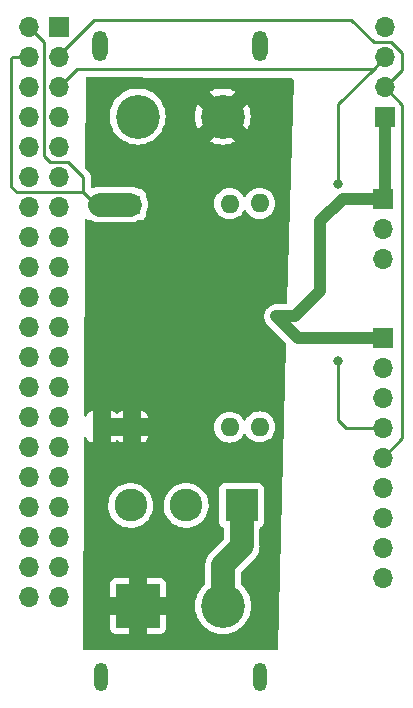
<source format=gbr>
%TF.GenerationSoftware,KiCad,Pcbnew,(6.0.5-0)*%
%TF.CreationDate,2024-03-04T10:57:06-05:00*%
%TF.ProjectId,CubeSat PCB V0.2,43756265-5361-4742-9050-43422056302e,rev?*%
%TF.SameCoordinates,Original*%
%TF.FileFunction,Copper,L1,Top*%
%TF.FilePolarity,Positive*%
%FSLAX46Y46*%
G04 Gerber Fmt 4.6, Leading zero omitted, Abs format (unit mm)*
G04 Created by KiCad (PCBNEW (6.0.5-0)) date 2024-03-04 10:57:06*
%MOMM*%
%LPD*%
G01*
G04 APERTURE LIST*
%TA.AperFunction,ComponentPad*%
%ADD10O,1.600000X1.600000*%
%TD*%
%TA.AperFunction,ComponentPad*%
%ADD11R,1.600000X1.600000*%
%TD*%
%TA.AperFunction,ComponentPad*%
%ADD12R,3.716000X3.716000*%
%TD*%
%TA.AperFunction,ComponentPad*%
%ADD13C,3.716000*%
%TD*%
%TA.AperFunction,ComponentPad*%
%ADD14O,1.200000X2.400000*%
%TD*%
%TA.AperFunction,ComponentPad*%
%ADD15O,1.300000X2.600000*%
%TD*%
%TA.AperFunction,ComponentPad*%
%ADD16R,2.775000X2.775000*%
%TD*%
%TA.AperFunction,ComponentPad*%
%ADD17C,2.775000*%
%TD*%
%TA.AperFunction,ComponentPad*%
%ADD18R,1.700000X1.700000*%
%TD*%
%TA.AperFunction,ComponentPad*%
%ADD19O,1.700000X1.700000*%
%TD*%
%TA.AperFunction,ViaPad*%
%ADD20C,0.800000*%
%TD*%
%TA.AperFunction,Conductor*%
%ADD21C,0.250000*%
%TD*%
%TA.AperFunction,Conductor*%
%ADD22C,1.000000*%
%TD*%
%TA.AperFunction,Conductor*%
%ADD23C,2.000000*%
%TD*%
G04 APERTURE END LIST*
D10*
%TO.P,U1,4,GND*%
%TO.N,GND*%
X104557000Y-85298400D03*
X107097000Y-85273000D03*
D11*
%TO.P,U1,3,Vout*%
%TO.N,+5V*%
X96175000Y-85400000D03*
X93635000Y-85400000D03*
D10*
%TO.P,U1,2,GND*%
%TO.N,GND*%
X107097000Y-104196000D03*
X104557000Y-104221400D03*
D11*
%TO.P,U1,1,Vin*%
%TO.N,+BATT*%
X96302000Y-104196000D03*
X93762000Y-104196000D03*
%TD*%
D12*
%TO.P,J4,1,+*%
%TO.N,+BATT*%
X96800000Y-119375000D03*
D13*
%TO.P,J4,2,-*%
%TO.N,Net-(J4-Pad2)*%
X104000000Y-119375000D03*
D14*
%TO.P,J4,S1*%
%TO.N,N/C*%
X93650000Y-125375000D03*
%TO.P,J4,S2*%
X107150000Y-125375000D03*
%TD*%
D13*
%TO.P,J6,1,-*%
%TO.N,GND*%
X96762500Y-77925000D03*
%TO.P,J6,2,+*%
%TO.N,+BATT*%
X103962500Y-77925000D03*
D15*
%TO.P,J6,S1,SHIELD*%
%TO.N,N/C*%
X93612500Y-71925000D03*
%TO.P,J6,S2,SHIELD*%
X107112500Y-71925000D03*
%TD*%
D16*
%TO.P,SW1,1,A*%
%TO.N,Net-(J4-Pad2)*%
X105575000Y-110850000D03*
D17*
%TO.P,SW1,2,B*%
%TO.N,GND*%
X100875000Y-110850000D03*
%TO.P,SW1,3,C*%
%TO.N,unconnected-(SW1-Pad3)*%
X96175000Y-110850000D03*
%TD*%
D18*
%TO.P,J5,1,Pin_1*%
%TO.N,+5V*%
X117550000Y-84875000D03*
D19*
%TO.P,J5,2,Pin_2*%
%TO.N,/led*%
X117550000Y-87415000D03*
%TO.P,J5,3,Pin_3*%
%TO.N,GND*%
X117550000Y-89955000D03*
%TD*%
%TO.P,J1,40,GPIO21/SCLK1*%
%TO.N,unconnected-(J1-Pad40)*%
X87535000Y-118610000D03*
%TO.P,J1,39,GND*%
%TO.N,GND*%
X90075000Y-118610000D03*
%TO.P,J1,38,GPIO20/MOSI1*%
%TO.N,unconnected-(J1-Pad38)*%
X87535000Y-116070000D03*
%TO.P,J1,37,GPIO26*%
%TO.N,unconnected-(J1-Pad37)*%
X90075000Y-116070000D03*
%TO.P,J1,36,GPIO16*%
%TO.N,unconnected-(J1-Pad36)*%
X87535000Y-113530000D03*
%TO.P,J1,35,GPIO19/MISO1*%
%TO.N,unconnected-(J1-Pad35)*%
X90075000Y-113530000D03*
%TO.P,J1,34,GND*%
%TO.N,GND*%
X87535000Y-110990000D03*
%TO.P,J1,33,PWM1/GPIO13*%
%TO.N,unconnected-(J1-Pad33)*%
X90075000Y-110990000D03*
%TO.P,J1,32,PWM0/GPIO12*%
%TO.N,unconnected-(J1-Pad32)*%
X87535000Y-108450000D03*
%TO.P,J1,31,GCLK2/GPIO6*%
%TO.N,unconnected-(J1-Pad31)*%
X90075000Y-108450000D03*
%TO.P,J1,30,GND*%
%TO.N,GND*%
X87535000Y-105910000D03*
%TO.P,J1,29,GCLK1/GPIO5*%
%TO.N,unconnected-(J1-Pad29)*%
X90075000Y-105910000D03*
%TO.P,J1,28,ID_SC/GPIO1*%
%TO.N,unconnected-(J1-Pad28)*%
X87535000Y-103370000D03*
%TO.P,J1,27,ID_SD/GPIO0*%
%TO.N,unconnected-(J1-Pad27)*%
X90075000Y-103370000D03*
%TO.P,J1,26,~{CE1}/GPIO7*%
%TO.N,unconnected-(J1-Pad26)*%
X87535000Y-100830000D03*
%TO.P,J1,25,GND*%
%TO.N,GND*%
X90075000Y-100830000D03*
%TO.P,J1,24,~{CE0}/GPIO8*%
%TO.N,unconnected-(J1-Pad24)*%
X87535000Y-98290000D03*
%TO.P,J1,23,SCLK0/GPIO11*%
%TO.N,unconnected-(J1-Pad23)*%
X90075000Y-98290000D03*
%TO.P,J1,22,GPIO25*%
%TO.N,unconnected-(J1-Pad22)*%
X87535000Y-95750000D03*
%TO.P,J1,21,MISO0/GPIO9*%
%TO.N,unconnected-(J1-Pad21)*%
X90075000Y-95750000D03*
%TO.P,J1,20,GND*%
%TO.N,GND*%
X87535000Y-93210000D03*
%TO.P,J1,19,MOSI0/GPIO10*%
%TO.N,unconnected-(J1-Pad19)*%
X90075000Y-93210000D03*
%TO.P,J1,18,GPIO24*%
%TO.N,unconnected-(J1-Pad18)*%
X87535000Y-90670000D03*
%TO.P,J1,17,3V3*%
%TO.N,unconnected-(J1-Pad17)*%
X90075000Y-90670000D03*
%TO.P,J1,16,GPIO23*%
%TO.N,unconnected-(J1-Pad16)*%
X87535000Y-88130000D03*
%TO.P,J1,15,GPIO22*%
%TO.N,unconnected-(J1-Pad15)*%
X90075000Y-88130000D03*
%TO.P,J1,14,GND*%
%TO.N,GND*%
X87535000Y-85590000D03*
%TO.P,J1,13,GPIO27*%
%TO.N,unconnected-(J1-Pad13)*%
X90075000Y-85590000D03*
%TO.P,J1,12,GPIO18/PWM0*%
%TO.N,/led*%
X87535000Y-83050000D03*
%TO.P,J1,11,GPIO17*%
%TO.N,unconnected-(J1-Pad11)*%
X90075000Y-83050000D03*
%TO.P,J1,10,GPIO15/RXD*%
%TO.N,unconnected-(J1-Pad10)*%
X87535000Y-80510000D03*
%TO.P,J1,9,GND*%
%TO.N,GND*%
X90075000Y-80510000D03*
%TO.P,J1,8,GPIO14/TXD*%
%TO.N,unconnected-(J1-Pad8)*%
X87535000Y-77970000D03*
%TO.P,J1,7,GCLK0/GPIO4*%
%TO.N,unconnected-(J1-Pad7)*%
X90075000Y-77970000D03*
%TO.P,J1,6,GND*%
%TO.N,GND*%
X87535000Y-75430000D03*
%TO.P,J1,5,SCL/GPIO3*%
%TO.N,/SCL*%
X90075000Y-75430000D03*
%TO.P,J1,4,5V*%
%TO.N,+5V*%
X87535000Y-72890000D03*
%TO.P,J1,3,SDA/GPIO2*%
%TO.N,/SDA*%
X90075000Y-72890000D03*
%TO.P,J1,2,5V*%
%TO.N,+5V*%
X87535000Y-70350000D03*
D18*
%TO.P,J1,1,3V3*%
%TO.N,unconnected-(J1-Pad1)*%
X90075000Y-70350000D03*
%TD*%
%TO.P,J2,1,Pin_1*%
%TO.N,+5V*%
X117725000Y-78000000D03*
D19*
%TO.P,J2,2,Pin_2*%
%TO.N,/SDA*%
X117725000Y-75460000D03*
%TO.P,J2,3,Pin_3*%
%TO.N,/SCL*%
X117725000Y-72920000D03*
%TO.P,J2,4,Pin_4*%
%TO.N,GND*%
X117725000Y-70380000D03*
%TD*%
D18*
%TO.P,J3,1,Pin_1*%
%TO.N,+5V*%
X117525000Y-96650000D03*
D19*
%TO.P,J3,2,Pin_2*%
%TO.N,unconnected-(J3-Pad2)*%
X117525000Y-99190000D03*
%TO.P,J3,3,Pin_3*%
%TO.N,GND*%
X117525000Y-101730000D03*
%TO.P,J3,4,Pin_4*%
%TO.N,/SCL*%
X117525000Y-104270000D03*
%TO.P,J3,5,Pin_5*%
%TO.N,/SDA*%
X117525000Y-106810000D03*
%TO.P,J3,6,Pin_6*%
%TO.N,unconnected-(J3-Pad6)*%
X117525000Y-109350000D03*
%TO.P,J3,7,Pin_7*%
%TO.N,unconnected-(J3-Pad7)*%
X117525000Y-111890000D03*
%TO.P,J3,8,Pin_8*%
%TO.N,unconnected-(J3-Pad8)*%
X117525000Y-114430000D03*
%TO.P,J3,9,Pin_9*%
%TO.N,unconnected-(J3-Pad9)*%
X117525000Y-116970000D03*
%TD*%
D20*
%TO.N,/SCL*%
X113775000Y-98600000D03*
X113775000Y-83600000D03*
%TO.N,+5V*%
X108500000Y-94825000D03*
%TD*%
D21*
%TO.N,+5V*%
X92167500Y-84325000D02*
X93242500Y-85400000D01*
X93242500Y-85400000D02*
X93635000Y-85400000D01*
D22*
X110100000Y-94825000D02*
X112250000Y-92675000D01*
X112250000Y-92675000D02*
X112250000Y-86750000D01*
X112250000Y-86750000D02*
X114125000Y-84875000D01*
X108500000Y-94825000D02*
X110100000Y-94825000D01*
X114125000Y-84875000D02*
X117550000Y-84875000D01*
X108500000Y-94825000D02*
X110325000Y-96650000D01*
X110325000Y-96650000D02*
X117525000Y-96650000D01*
D23*
X96120000Y-85375000D02*
X93580000Y-85375000D01*
D21*
%TO.N,/SCL*%
X113775000Y-98600000D02*
X113775000Y-103650000D01*
X113775000Y-103650000D02*
X114395000Y-104270000D01*
X114395000Y-104270000D02*
X117525000Y-104270000D01*
X113775000Y-83600000D02*
X113775000Y-76870000D01*
X113775000Y-76870000D02*
X116770000Y-73875000D01*
%TO.N,/SDA*%
X90075000Y-72890000D02*
X90075000Y-72750000D01*
X90075000Y-72750000D02*
X93050000Y-69775000D01*
X118250000Y-71650000D02*
X119175000Y-72575000D01*
X119175000Y-72575000D02*
X119175000Y-74010000D01*
X93050000Y-69775000D02*
X114875000Y-69775000D01*
X114875000Y-69775000D02*
X116750000Y-71650000D01*
X116750000Y-71650000D02*
X118250000Y-71650000D01*
X119175000Y-74010000D02*
X117725000Y-75460000D01*
X117725000Y-75460000D02*
X119175000Y-76910000D01*
X119175000Y-76910000D02*
X119175000Y-105160000D01*
X119175000Y-105160000D02*
X117525000Y-106810000D01*
%TO.N,/SCL*%
X90075000Y-75430000D02*
X91630000Y-73875000D01*
X91630000Y-73875000D02*
X116770000Y-73875000D01*
X116770000Y-73875000D02*
X117725000Y-72920000D01*
%TO.N,+5V*%
X92167500Y-84325000D02*
X92167500Y-83017500D01*
X88800000Y-81225000D02*
X88800000Y-71615000D01*
X92167500Y-83017500D02*
X90900000Y-81750000D01*
X89325000Y-81750000D02*
X88800000Y-81225000D01*
X90900000Y-81750000D02*
X89325000Y-81750000D01*
X88800000Y-71615000D02*
X87535000Y-70350000D01*
D22*
X117725000Y-78000000D02*
X117725000Y-84700000D01*
X117725000Y-84700000D02*
X117550000Y-84875000D01*
D21*
X86525000Y-84325000D02*
X92167500Y-84325000D01*
X86185000Y-72890000D02*
X86075000Y-73000000D01*
X87535000Y-72890000D02*
X86185000Y-72890000D01*
X86075000Y-73000000D02*
X86075000Y-83875000D01*
X86075000Y-83875000D02*
X86525000Y-84325000D01*
D23*
%TO.N,Net-(J4-Pad2)*%
X104000000Y-119375000D02*
X104000000Y-115900000D01*
X105575000Y-114325000D02*
X105575000Y-110850000D01*
X104000000Y-115900000D02*
X105575000Y-114325000D01*
%TD*%
%TA.AperFunction,Conductor*%
%TO.N,+BATT*%
G36*
X102070296Y-74631709D02*
G01*
X109846586Y-74698891D01*
X109914531Y-74719481D01*
X109960559Y-74773536D01*
X109971449Y-74828368D01*
X109827223Y-80041653D01*
X109449530Y-93693984D01*
X109427652Y-93761526D01*
X109372731Y-93806517D01*
X109323578Y-93816500D01*
X108557904Y-93816500D01*
X108545171Y-93815855D01*
X108509666Y-93812248D01*
X108509661Y-93812248D01*
X108503538Y-93811626D01*
X108453385Y-93816367D01*
X108451526Y-93816500D01*
X108450231Y-93816500D01*
X108447167Y-93816800D01*
X108447156Y-93816801D01*
X108403469Y-93821085D01*
X108403153Y-93821116D01*
X108306638Y-93830239D01*
X108304935Y-93830747D01*
X108303167Y-93830920D01*
X108210698Y-93858838D01*
X108210277Y-93858965D01*
X108122731Y-93885063D01*
X108122726Y-93885065D01*
X108117104Y-93886741D01*
X108115529Y-93887571D01*
X108113831Y-93888084D01*
X108028164Y-93933634D01*
X108027897Y-93933775D01*
X107942154Y-93978982D01*
X107940775Y-93980099D01*
X107939204Y-93980934D01*
X107863880Y-94042367D01*
X107863630Y-94042569D01*
X107793021Y-94099747D01*
X107793016Y-94099752D01*
X107788453Y-94103447D01*
X107787317Y-94104810D01*
X107785938Y-94105935D01*
X107723905Y-94180920D01*
X107661854Y-94255396D01*
X107661005Y-94256953D01*
X107659870Y-94258325D01*
X107657065Y-94263512D01*
X107657062Y-94263517D01*
X107613631Y-94343839D01*
X107613470Y-94344137D01*
X107567178Y-94429041D01*
X107566646Y-94430737D01*
X107565802Y-94432299D01*
X107564071Y-94437891D01*
X107537157Y-94524837D01*
X107537026Y-94525257D01*
X107508035Y-94617768D01*
X107507843Y-94619536D01*
X107507318Y-94621232D01*
X107497168Y-94717803D01*
X107486676Y-94814388D01*
X107486831Y-94816157D01*
X107486645Y-94817925D01*
X107495445Y-94914625D01*
X107503913Y-95011413D01*
X107504409Y-95013121D01*
X107504570Y-95014888D01*
X107532000Y-95108087D01*
X107559091Y-95201336D01*
X107559907Y-95202911D01*
X107560410Y-95204619D01*
X107605467Y-95290805D01*
X107650108Y-95376926D01*
X107651216Y-95378314D01*
X107652040Y-95379890D01*
X107712875Y-95455553D01*
X107746738Y-95497973D01*
X107747661Y-95498896D01*
X107748862Y-95500312D01*
X107775968Y-95534025D01*
X107780696Y-95537992D01*
X107814154Y-95566067D01*
X107822258Y-95573493D01*
X109316770Y-97068004D01*
X109350795Y-97130316D01*
X109353627Y-97160583D01*
X108638718Y-123002178D01*
X108616840Y-123069720D01*
X108561919Y-123114711D01*
X108512766Y-123124694D01*
X100518971Y-123124703D01*
X92259983Y-123124712D01*
X92191862Y-123104710D01*
X92145369Y-123051054D01*
X92133985Y-122998085D01*
X92142552Y-121277669D01*
X94434001Y-121277669D01*
X94434371Y-121284490D01*
X94439895Y-121335352D01*
X94443521Y-121350604D01*
X94488676Y-121471054D01*
X94497214Y-121486649D01*
X94573715Y-121588724D01*
X94586276Y-121601285D01*
X94688351Y-121677786D01*
X94703946Y-121686324D01*
X94824394Y-121731478D01*
X94839649Y-121735105D01*
X94890514Y-121740631D01*
X94897328Y-121741000D01*
X96031885Y-121741000D01*
X96047124Y-121736525D01*
X96048329Y-121735135D01*
X96050000Y-121727452D01*
X96050000Y-121722884D01*
X97550000Y-121722884D01*
X97554475Y-121738123D01*
X97555865Y-121739328D01*
X97563548Y-121740999D01*
X98702669Y-121740999D01*
X98709490Y-121740629D01*
X98760352Y-121735105D01*
X98775604Y-121731479D01*
X98896054Y-121686324D01*
X98911649Y-121677786D01*
X99013724Y-121601285D01*
X99026285Y-121588724D01*
X99102786Y-121486649D01*
X99111324Y-121471054D01*
X99156478Y-121350606D01*
X99160105Y-121335351D01*
X99165631Y-121284486D01*
X99166000Y-121277672D01*
X99166000Y-120143115D01*
X99161525Y-120127876D01*
X99160135Y-120126671D01*
X99152452Y-120125000D01*
X97568115Y-120125000D01*
X97552876Y-120129475D01*
X97551671Y-120130865D01*
X97550000Y-120138548D01*
X97550000Y-121722884D01*
X96050000Y-121722884D01*
X96050000Y-120143115D01*
X96045525Y-120127876D01*
X96044135Y-120126671D01*
X96036452Y-120125000D01*
X94452116Y-120125000D01*
X94436877Y-120129475D01*
X94435672Y-120130865D01*
X94434001Y-120138548D01*
X94434001Y-121277669D01*
X92142552Y-121277669D01*
X92152026Y-119375000D01*
X101628422Y-119375000D01*
X101648711Y-119684553D01*
X101709232Y-119988810D01*
X101710559Y-119992719D01*
X101710560Y-119992723D01*
X101756981Y-120129475D01*
X101808948Y-120282564D01*
X101946153Y-120560789D01*
X102118501Y-120818725D01*
X102323041Y-121051959D01*
X102556275Y-121256499D01*
X102814211Y-121428847D01*
X102817910Y-121430671D01*
X102817915Y-121430674D01*
X102931422Y-121486649D01*
X103092436Y-121566052D01*
X103096341Y-121567377D01*
X103096342Y-121567378D01*
X103382277Y-121664440D01*
X103382281Y-121664441D01*
X103386190Y-121665768D01*
X103390234Y-121666572D01*
X103390240Y-121666574D01*
X103686408Y-121725486D01*
X103686414Y-121725487D01*
X103690447Y-121726289D01*
X103694552Y-121726558D01*
X103694559Y-121726559D01*
X103995881Y-121746308D01*
X104000000Y-121746578D01*
X104004119Y-121746308D01*
X104305441Y-121726559D01*
X104305448Y-121726558D01*
X104309553Y-121726289D01*
X104313586Y-121725487D01*
X104313592Y-121725486D01*
X104609760Y-121666574D01*
X104609766Y-121666572D01*
X104613810Y-121665768D01*
X104617719Y-121664441D01*
X104617723Y-121664440D01*
X104903658Y-121567378D01*
X104903659Y-121567377D01*
X104907564Y-121566052D01*
X105068578Y-121486649D01*
X105182085Y-121430674D01*
X105182090Y-121430671D01*
X105185789Y-121428847D01*
X105443725Y-121256499D01*
X105676959Y-121051959D01*
X105881499Y-120818725D01*
X106053847Y-120560789D01*
X106191052Y-120282564D01*
X106243019Y-120129475D01*
X106289440Y-119992723D01*
X106289441Y-119992719D01*
X106290768Y-119988810D01*
X106351289Y-119684553D01*
X106371578Y-119375000D01*
X106351289Y-119065447D01*
X106290768Y-118761190D01*
X106243562Y-118622124D01*
X106192378Y-118471342D01*
X106192377Y-118471341D01*
X106191052Y-118467436D01*
X106053847Y-118189211D01*
X105881499Y-117931275D01*
X105676959Y-117698041D01*
X105551421Y-117587948D01*
X105513395Y-117527995D01*
X105508500Y-117493217D01*
X105508500Y-116577031D01*
X105528502Y-116508910D01*
X105545405Y-116487936D01*
X106624684Y-115408658D01*
X106627206Y-115406204D01*
X106629820Y-115403732D01*
X106699681Y-115337668D01*
X106747412Y-115275239D01*
X106751554Y-115270107D01*
X106799187Y-115214138D01*
X106799189Y-115214135D01*
X106802470Y-115210280D01*
X106805090Y-115205954D01*
X106805095Y-115205947D01*
X106819491Y-115182176D01*
X106827163Y-115170929D01*
X106847120Y-115144826D01*
X106884247Y-115075584D01*
X106887510Y-115069863D01*
X106925602Y-115006966D01*
X106925603Y-115006965D01*
X106928220Y-115002643D01*
X106940534Y-114972166D01*
X106946303Y-114959850D01*
X106961831Y-114930891D01*
X106987423Y-114856567D01*
X106989718Y-114850429D01*
X107017258Y-114782267D01*
X107017259Y-114782263D01*
X107019155Y-114777571D01*
X107026432Y-114745539D01*
X107030163Y-114732441D01*
X107040862Y-114701369D01*
X107054243Y-114623900D01*
X107055526Y-114617482D01*
X107071815Y-114545786D01*
X107071815Y-114545785D01*
X107072935Y-114540856D01*
X107074999Y-114508047D01*
X107076585Y-114494547D01*
X107082179Y-114462164D01*
X107083500Y-114433075D01*
X107083500Y-114376893D01*
X107083749Y-114368981D01*
X107087860Y-114303642D01*
X107088178Y-114298588D01*
X107084101Y-114257009D01*
X107083500Y-114244713D01*
X107083500Y-112822568D01*
X107103502Y-112754447D01*
X107157158Y-112707954D01*
X107165269Y-112704586D01*
X107181975Y-112698323D01*
X107209205Y-112688115D01*
X107325761Y-112600761D01*
X107413115Y-112484205D01*
X107464245Y-112347816D01*
X107471000Y-112285634D01*
X107471000Y-109414366D01*
X107464245Y-109352184D01*
X107413115Y-109215795D01*
X107325761Y-109099239D01*
X107209205Y-109011885D01*
X107072816Y-108960755D01*
X107010634Y-108954000D01*
X104139366Y-108954000D01*
X104077184Y-108960755D01*
X103940795Y-109011885D01*
X103824239Y-109099239D01*
X103736885Y-109215795D01*
X103685755Y-109352184D01*
X103679000Y-109414366D01*
X103679000Y-112285634D01*
X103685755Y-112347816D01*
X103736885Y-112484205D01*
X103824239Y-112600761D01*
X103940795Y-112688115D01*
X103968025Y-112698323D01*
X103984731Y-112704586D01*
X104041495Y-112747228D01*
X104066194Y-112813790D01*
X104066500Y-112822568D01*
X104066500Y-113647969D01*
X104046498Y-113716090D01*
X104029595Y-113737064D01*
X102950334Y-114816325D01*
X102947812Y-114818779D01*
X102911118Y-114853479D01*
X102875319Y-114887332D01*
X102872252Y-114891344D01*
X102827592Y-114949757D01*
X102823448Y-114954892D01*
X102772530Y-115014720D01*
X102769911Y-115019045D01*
X102769907Y-115019050D01*
X102755509Y-115042824D01*
X102747837Y-115054071D01*
X102727880Y-115080174D01*
X102725490Y-115084632D01*
X102725489Y-115084633D01*
X102690761Y-115149401D01*
X102687496Y-115155126D01*
X102646779Y-115222358D01*
X102644884Y-115227049D01*
X102634473Y-115252817D01*
X102628693Y-115265158D01*
X102613169Y-115294109D01*
X102611523Y-115298890D01*
X102611521Y-115298894D01*
X102587588Y-115368401D01*
X102585278Y-115374579D01*
X102555845Y-115447429D01*
X102554723Y-115452368D01*
X102548568Y-115479460D01*
X102544837Y-115492559D01*
X102534138Y-115523631D01*
X102520757Y-115601100D01*
X102519477Y-115607504D01*
X102502065Y-115684144D01*
X102500001Y-115716953D01*
X102498415Y-115730453D01*
X102492821Y-115762836D01*
X102491500Y-115791925D01*
X102491500Y-115848108D01*
X102491251Y-115856019D01*
X102486822Y-115926413D01*
X102487316Y-115931448D01*
X102490899Y-115967992D01*
X102491500Y-115980288D01*
X102491500Y-117493217D01*
X102471498Y-117561338D01*
X102448580Y-117587947D01*
X102323041Y-117698041D01*
X102118501Y-117931275D01*
X101946153Y-118189211D01*
X101808948Y-118467436D01*
X101807623Y-118471341D01*
X101807622Y-118471342D01*
X101756439Y-118622124D01*
X101709232Y-118761190D01*
X101648711Y-119065447D01*
X101628422Y-119375000D01*
X92152026Y-119375000D01*
X92155851Y-118606885D01*
X94434000Y-118606885D01*
X94438475Y-118622124D01*
X94439865Y-118623329D01*
X94447548Y-118625000D01*
X96031885Y-118625000D01*
X96047124Y-118620525D01*
X96048329Y-118619135D01*
X96050000Y-118611452D01*
X96050000Y-118606885D01*
X97550000Y-118606885D01*
X97554475Y-118622124D01*
X97555865Y-118623329D01*
X97563548Y-118625000D01*
X99147884Y-118625000D01*
X99163123Y-118620525D01*
X99164328Y-118619135D01*
X99165999Y-118611452D01*
X99165999Y-117472331D01*
X99165629Y-117465510D01*
X99160105Y-117414648D01*
X99156479Y-117399396D01*
X99111324Y-117278946D01*
X99102786Y-117263351D01*
X99026285Y-117161276D01*
X99013724Y-117148715D01*
X98911649Y-117072214D01*
X98896054Y-117063676D01*
X98775606Y-117018522D01*
X98760351Y-117014895D01*
X98709486Y-117009369D01*
X98702672Y-117009000D01*
X97568115Y-117009000D01*
X97552876Y-117013475D01*
X97551671Y-117014865D01*
X97550000Y-117022548D01*
X97550000Y-118606885D01*
X96050000Y-118606885D01*
X96050000Y-117027116D01*
X96045525Y-117011877D01*
X96044135Y-117010672D01*
X96036452Y-117009001D01*
X94897331Y-117009001D01*
X94890510Y-117009371D01*
X94839648Y-117014895D01*
X94824396Y-117018521D01*
X94703946Y-117063676D01*
X94688351Y-117072214D01*
X94586276Y-117148715D01*
X94573715Y-117161276D01*
X94497214Y-117263351D01*
X94488676Y-117278946D01*
X94443522Y-117399394D01*
X94439895Y-117414649D01*
X94434369Y-117465514D01*
X94434000Y-117472328D01*
X94434000Y-118606885D01*
X92155851Y-118606885D01*
X92194775Y-110790293D01*
X94275095Y-110790293D01*
X94285636Y-111058588D01*
X94333875Y-111322720D01*
X94418850Y-111577421D01*
X94538865Y-111817608D01*
X94691524Y-112038488D01*
X94873783Y-112235655D01*
X94877237Y-112238467D01*
X95078548Y-112402360D01*
X95078552Y-112402363D01*
X95082005Y-112405174D01*
X95312035Y-112543664D01*
X95316130Y-112545398D01*
X95316132Y-112545399D01*
X95446875Y-112600761D01*
X95559284Y-112648360D01*
X95563577Y-112649498D01*
X95563582Y-112649500D01*
X95688908Y-112682729D01*
X95818818Y-112717174D01*
X96085458Y-112748733D01*
X96353885Y-112742407D01*
X96358279Y-112741676D01*
X96358286Y-112741675D01*
X96614341Y-112699056D01*
X96614345Y-112699055D01*
X96618743Y-112698323D01*
X96874747Y-112617359D01*
X96878758Y-112615433D01*
X96878763Y-112615431D01*
X97112770Y-112503062D01*
X97112771Y-112503061D01*
X97116789Y-112501132D01*
X97120495Y-112498656D01*
X97336332Y-112354439D01*
X97336336Y-112354436D01*
X97340040Y-112351961D01*
X97540045Y-112172821D01*
X97712814Y-111967287D01*
X97854900Y-111739461D01*
X97963467Y-111493888D01*
X98036349Y-111235467D01*
X98037248Y-111228772D01*
X98071665Y-110972537D01*
X98071666Y-110972529D01*
X98072092Y-110969355D01*
X98075843Y-110850000D01*
X98071616Y-110790293D01*
X98975095Y-110790293D01*
X98985636Y-111058588D01*
X99033875Y-111322720D01*
X99118850Y-111577421D01*
X99238865Y-111817608D01*
X99391524Y-112038488D01*
X99573783Y-112235655D01*
X99577237Y-112238467D01*
X99778548Y-112402360D01*
X99778552Y-112402363D01*
X99782005Y-112405174D01*
X100012035Y-112543664D01*
X100016130Y-112545398D01*
X100016132Y-112545399D01*
X100146875Y-112600761D01*
X100259284Y-112648360D01*
X100263577Y-112649498D01*
X100263582Y-112649500D01*
X100388908Y-112682729D01*
X100518818Y-112717174D01*
X100785458Y-112748733D01*
X101053885Y-112742407D01*
X101058279Y-112741676D01*
X101058286Y-112741675D01*
X101314341Y-112699056D01*
X101314345Y-112699055D01*
X101318743Y-112698323D01*
X101574747Y-112617359D01*
X101578758Y-112615433D01*
X101578763Y-112615431D01*
X101812770Y-112503062D01*
X101812771Y-112503061D01*
X101816789Y-112501132D01*
X101820495Y-112498656D01*
X102036332Y-112354439D01*
X102036336Y-112354436D01*
X102040040Y-112351961D01*
X102240045Y-112172821D01*
X102412814Y-111967287D01*
X102554900Y-111739461D01*
X102663467Y-111493888D01*
X102736349Y-111235467D01*
X102737248Y-111228772D01*
X102771665Y-110972537D01*
X102771666Y-110972529D01*
X102772092Y-110969355D01*
X102775843Y-110850000D01*
X102756880Y-110582169D01*
X102700368Y-110319682D01*
X102607435Y-110067776D01*
X102479935Y-109831477D01*
X102320412Y-109615501D01*
X102132050Y-109424157D01*
X102128510Y-109421456D01*
X102128504Y-109421450D01*
X101922147Y-109263963D01*
X101922143Y-109263960D01*
X101918606Y-109261261D01*
X101684340Y-109130066D01*
X101433924Y-109033188D01*
X101429599Y-109032185D01*
X101429594Y-109032184D01*
X101285944Y-108998888D01*
X101172357Y-108972560D01*
X100904857Y-108949392D01*
X100900422Y-108949636D01*
X100900418Y-108949636D01*
X100641204Y-108963901D01*
X100641197Y-108963902D01*
X100636761Y-108964146D01*
X100373419Y-109016528D01*
X100120084Y-109105493D01*
X99881812Y-109229265D01*
X99878197Y-109231848D01*
X99878191Y-109231852D01*
X99666978Y-109382787D01*
X99666974Y-109382790D01*
X99663357Y-109385375D01*
X99469077Y-109570709D01*
X99302850Y-109781568D01*
X99167991Y-110013745D01*
X99166323Y-110017862D01*
X99166320Y-110017869D01*
X99147693Y-110063858D01*
X99067191Y-110262607D01*
X99002462Y-110523190D01*
X98975095Y-110790293D01*
X98071616Y-110790293D01*
X98056880Y-110582169D01*
X98000368Y-110319682D01*
X97907435Y-110067776D01*
X97779935Y-109831477D01*
X97620412Y-109615501D01*
X97432050Y-109424157D01*
X97428510Y-109421456D01*
X97428504Y-109421450D01*
X97222147Y-109263963D01*
X97222143Y-109263960D01*
X97218606Y-109261261D01*
X96984340Y-109130066D01*
X96733924Y-109033188D01*
X96729599Y-109032185D01*
X96729594Y-109032184D01*
X96585944Y-108998888D01*
X96472357Y-108972560D01*
X96204857Y-108949392D01*
X96200422Y-108949636D01*
X96200418Y-108949636D01*
X95941204Y-108963901D01*
X95941197Y-108963902D01*
X95936761Y-108964146D01*
X95673419Y-109016528D01*
X95420084Y-109105493D01*
X95181812Y-109229265D01*
X95178197Y-109231848D01*
X95178191Y-109231852D01*
X94966978Y-109382787D01*
X94966974Y-109382790D01*
X94963357Y-109385375D01*
X94769077Y-109570709D01*
X94602850Y-109781568D01*
X94467991Y-110013745D01*
X94466323Y-110017862D01*
X94466320Y-110017869D01*
X94447693Y-110063858D01*
X94367191Y-110262607D01*
X94302462Y-110523190D01*
X94275095Y-110790293D01*
X92194775Y-110790293D01*
X92221101Y-105503629D01*
X92222783Y-105165855D01*
X92243124Y-105097834D01*
X92297010Y-105051609D01*
X92367333Y-105041855D01*
X92431767Y-105071670D01*
X92466763Y-105122252D01*
X92508676Y-105234054D01*
X92517214Y-105249649D01*
X92593715Y-105351724D01*
X92606276Y-105364285D01*
X92708351Y-105440786D01*
X92723946Y-105449324D01*
X92844394Y-105494478D01*
X92859649Y-105498105D01*
X92910514Y-105503631D01*
X92917328Y-105504000D01*
X92993885Y-105504000D01*
X93009124Y-105499525D01*
X93010329Y-105498135D01*
X93012000Y-105490452D01*
X93012000Y-105485884D01*
X94512000Y-105485884D01*
X94516475Y-105501123D01*
X94517865Y-105502328D01*
X94525548Y-105503999D01*
X94606669Y-105503999D01*
X94613490Y-105503629D01*
X94664352Y-105498105D01*
X94679604Y-105494479D01*
X94800054Y-105449324D01*
X94815649Y-105440786D01*
X94917724Y-105364285D01*
X94930286Y-105351723D01*
X94931174Y-105350538D01*
X94932351Y-105349658D01*
X94936635Y-105345374D01*
X94937253Y-105345992D01*
X94988033Y-105308023D01*
X95058852Y-105302997D01*
X95121145Y-105337057D01*
X95132826Y-105350538D01*
X95133714Y-105351723D01*
X95146276Y-105364285D01*
X95248351Y-105440786D01*
X95263946Y-105449324D01*
X95384394Y-105494478D01*
X95399649Y-105498105D01*
X95450514Y-105503631D01*
X95457328Y-105504000D01*
X95533885Y-105504000D01*
X95549124Y-105499525D01*
X95550329Y-105498135D01*
X95552000Y-105490452D01*
X95552000Y-105485884D01*
X97052000Y-105485884D01*
X97056475Y-105501123D01*
X97057865Y-105502328D01*
X97065548Y-105503999D01*
X97146669Y-105503999D01*
X97153490Y-105503629D01*
X97204352Y-105498105D01*
X97219604Y-105494479D01*
X97340054Y-105449324D01*
X97355649Y-105440786D01*
X97457724Y-105364285D01*
X97470285Y-105351724D01*
X97546786Y-105249649D01*
X97555324Y-105234054D01*
X97600478Y-105113606D01*
X97604105Y-105098351D01*
X97609631Y-105047486D01*
X97610000Y-105040672D01*
X97610000Y-104964115D01*
X97605525Y-104948876D01*
X97604135Y-104947671D01*
X97596452Y-104946000D01*
X97070115Y-104946000D01*
X97054876Y-104950475D01*
X97053671Y-104951865D01*
X97052000Y-104959548D01*
X97052000Y-105485884D01*
X95552000Y-105485884D01*
X95552000Y-104964115D01*
X95547525Y-104948876D01*
X95546135Y-104947671D01*
X95538452Y-104946000D01*
X94530115Y-104946000D01*
X94514876Y-104950475D01*
X94513671Y-104951865D01*
X94512000Y-104959548D01*
X94512000Y-105485884D01*
X93012000Y-105485884D01*
X93012000Y-104221400D01*
X103243502Y-104221400D01*
X103263457Y-104449487D01*
X103322716Y-104670643D01*
X103325039Y-104675624D01*
X103325039Y-104675625D01*
X103417151Y-104873162D01*
X103417154Y-104873167D01*
X103419477Y-104878149D01*
X103471094Y-104951865D01*
X103534106Y-105041855D01*
X103550802Y-105065700D01*
X103712700Y-105227598D01*
X103717208Y-105230755D01*
X103717211Y-105230757D01*
X103721920Y-105234054D01*
X103900251Y-105358923D01*
X103905233Y-105361246D01*
X103905238Y-105361249D01*
X104075808Y-105440786D01*
X104107757Y-105455684D01*
X104113065Y-105457106D01*
X104113067Y-105457107D01*
X104323598Y-105513519D01*
X104323600Y-105513519D01*
X104328913Y-105514943D01*
X104557000Y-105534898D01*
X104785087Y-105514943D01*
X104790400Y-105513519D01*
X104790402Y-105513519D01*
X105000933Y-105457107D01*
X105000935Y-105457106D01*
X105006243Y-105455684D01*
X105038192Y-105440786D01*
X105208762Y-105361249D01*
X105208767Y-105361246D01*
X105213749Y-105358923D01*
X105392080Y-105234054D01*
X105396789Y-105230757D01*
X105396792Y-105230755D01*
X105401300Y-105227598D01*
X105563198Y-105065700D01*
X105579895Y-105041855D01*
X105642906Y-104951865D01*
X105694523Y-104878149D01*
X105696846Y-104873167D01*
X105696849Y-104873162D01*
X105718727Y-104826243D01*
X105765644Y-104772958D01*
X105833921Y-104753497D01*
X105901881Y-104774039D01*
X105947117Y-104826243D01*
X105957151Y-104847762D01*
X105957154Y-104847767D01*
X105959477Y-104852749D01*
X106090802Y-105040300D01*
X106252700Y-105202198D01*
X106257208Y-105205355D01*
X106257211Y-105205357D01*
X106283409Y-105223701D01*
X106440251Y-105333523D01*
X106445233Y-105335846D01*
X106445238Y-105335849D01*
X106642775Y-105427961D01*
X106647757Y-105430284D01*
X106653065Y-105431706D01*
X106653067Y-105431707D01*
X106863598Y-105488119D01*
X106863600Y-105488119D01*
X106868913Y-105489543D01*
X107097000Y-105509498D01*
X107325087Y-105489543D01*
X107330400Y-105488119D01*
X107330402Y-105488119D01*
X107540933Y-105431707D01*
X107540935Y-105431706D01*
X107546243Y-105430284D01*
X107551225Y-105427961D01*
X107748762Y-105335849D01*
X107748767Y-105335846D01*
X107753749Y-105333523D01*
X107910591Y-105223701D01*
X107936789Y-105205357D01*
X107936792Y-105205355D01*
X107941300Y-105202198D01*
X108103198Y-105040300D01*
X108234523Y-104852749D01*
X108236846Y-104847767D01*
X108236849Y-104847762D01*
X108328961Y-104650225D01*
X108328961Y-104650224D01*
X108331284Y-104645243D01*
X108385206Y-104444007D01*
X108389119Y-104429402D01*
X108389119Y-104429400D01*
X108390543Y-104424087D01*
X108410498Y-104196000D01*
X108390543Y-103967913D01*
X108331284Y-103746757D01*
X108248693Y-103569638D01*
X108236849Y-103544238D01*
X108236846Y-103544233D01*
X108234523Y-103539251D01*
X108124142Y-103381611D01*
X108106357Y-103356211D01*
X108106355Y-103356208D01*
X108103198Y-103351700D01*
X107941300Y-103189802D01*
X107936792Y-103186645D01*
X107936789Y-103186643D01*
X107858611Y-103131902D01*
X107753749Y-103058477D01*
X107748767Y-103056154D01*
X107748762Y-103056151D01*
X107551225Y-102964039D01*
X107551224Y-102964039D01*
X107546243Y-102961716D01*
X107540935Y-102960294D01*
X107540933Y-102960293D01*
X107330402Y-102903881D01*
X107330400Y-102903881D01*
X107325087Y-102902457D01*
X107097000Y-102882502D01*
X106868913Y-102902457D01*
X106863600Y-102903881D01*
X106863598Y-102903881D01*
X106653067Y-102960293D01*
X106653065Y-102960294D01*
X106647757Y-102961716D01*
X106642776Y-102964039D01*
X106642775Y-102964039D01*
X106445238Y-103056151D01*
X106445233Y-103056154D01*
X106440251Y-103058477D01*
X106335389Y-103131902D01*
X106257211Y-103186643D01*
X106257208Y-103186645D01*
X106252700Y-103189802D01*
X106090802Y-103351700D01*
X106087645Y-103356208D01*
X106087643Y-103356211D01*
X106069858Y-103381611D01*
X105959477Y-103539251D01*
X105957154Y-103544233D01*
X105957151Y-103544238D01*
X105935273Y-103591157D01*
X105888356Y-103644442D01*
X105820079Y-103663903D01*
X105752119Y-103643361D01*
X105706883Y-103591157D01*
X105696849Y-103569638D01*
X105696846Y-103569633D01*
X105694523Y-103564651D01*
X105621098Y-103459789D01*
X105566357Y-103381611D01*
X105566355Y-103381608D01*
X105563198Y-103377100D01*
X105401300Y-103215202D01*
X105396792Y-103212045D01*
X105396789Y-103212043D01*
X105297258Y-103142351D01*
X105213749Y-103083877D01*
X105208767Y-103081554D01*
X105208762Y-103081551D01*
X105011225Y-102989439D01*
X105011224Y-102989439D01*
X105006243Y-102987116D01*
X105000935Y-102985694D01*
X105000933Y-102985693D01*
X104790402Y-102929281D01*
X104790400Y-102929281D01*
X104785087Y-102927857D01*
X104557000Y-102907902D01*
X104328913Y-102927857D01*
X104323600Y-102929281D01*
X104323598Y-102929281D01*
X104113067Y-102985693D01*
X104113065Y-102985694D01*
X104107757Y-102987116D01*
X104102776Y-102989439D01*
X104102775Y-102989439D01*
X103905238Y-103081551D01*
X103905233Y-103081554D01*
X103900251Y-103083877D01*
X103816742Y-103142351D01*
X103717211Y-103212043D01*
X103717208Y-103212045D01*
X103712700Y-103215202D01*
X103550802Y-103377100D01*
X103547645Y-103381608D01*
X103547643Y-103381611D01*
X103492902Y-103459789D01*
X103419477Y-103564651D01*
X103417154Y-103569633D01*
X103417151Y-103569638D01*
X103407117Y-103591157D01*
X103322716Y-103772157D01*
X103321294Y-103777465D01*
X103321293Y-103777467D01*
X103264881Y-103987998D01*
X103263457Y-103993313D01*
X103243502Y-104221400D01*
X93012000Y-104221400D01*
X93012000Y-103427885D01*
X94512000Y-103427885D01*
X94516475Y-103443124D01*
X94517865Y-103444329D01*
X94525548Y-103446000D01*
X95533885Y-103446000D01*
X95549124Y-103441525D01*
X95550329Y-103440135D01*
X95552000Y-103432452D01*
X95552000Y-103427885D01*
X97052000Y-103427885D01*
X97056475Y-103443124D01*
X97057865Y-103444329D01*
X97065548Y-103446000D01*
X97591884Y-103446000D01*
X97607123Y-103441525D01*
X97608328Y-103440135D01*
X97609999Y-103432452D01*
X97609999Y-103351331D01*
X97609629Y-103344510D01*
X97604105Y-103293648D01*
X97600479Y-103278396D01*
X97555324Y-103157946D01*
X97546786Y-103142351D01*
X97470285Y-103040276D01*
X97457724Y-103027715D01*
X97355649Y-102951214D01*
X97340054Y-102942676D01*
X97219606Y-102897522D01*
X97204351Y-102893895D01*
X97153486Y-102888369D01*
X97146672Y-102888000D01*
X97070115Y-102888000D01*
X97054876Y-102892475D01*
X97053671Y-102893865D01*
X97052000Y-102901548D01*
X97052000Y-103427885D01*
X95552000Y-103427885D01*
X95552000Y-102906116D01*
X95547525Y-102890877D01*
X95546135Y-102889672D01*
X95538452Y-102888001D01*
X95457331Y-102888001D01*
X95450510Y-102888371D01*
X95399648Y-102893895D01*
X95384396Y-102897521D01*
X95263946Y-102942676D01*
X95248351Y-102951214D01*
X95146276Y-103027715D01*
X95133714Y-103040277D01*
X95132826Y-103041462D01*
X95131649Y-103042342D01*
X95127365Y-103046626D01*
X95126747Y-103046008D01*
X95075967Y-103083977D01*
X95005148Y-103089003D01*
X94942855Y-103054943D01*
X94931174Y-103041462D01*
X94930286Y-103040277D01*
X94917724Y-103027715D01*
X94815649Y-102951214D01*
X94800054Y-102942676D01*
X94679606Y-102897522D01*
X94664351Y-102893895D01*
X94613486Y-102888369D01*
X94606672Y-102888000D01*
X94530115Y-102888000D01*
X94514876Y-102892475D01*
X94513671Y-102893865D01*
X94512000Y-102901548D01*
X94512000Y-103427885D01*
X93012000Y-103427885D01*
X93012000Y-102906116D01*
X93007525Y-102890877D01*
X93006135Y-102889672D01*
X92998452Y-102888001D01*
X92917331Y-102888001D01*
X92910510Y-102888371D01*
X92859648Y-102893895D01*
X92844396Y-102897521D01*
X92723946Y-102942676D01*
X92708351Y-102951214D01*
X92606276Y-103027715D01*
X92593715Y-103040276D01*
X92517214Y-103142351D01*
X92508676Y-103157946D01*
X92476558Y-103243619D01*
X92433916Y-103300384D01*
X92367354Y-103325083D01*
X92298005Y-103309875D01*
X92247887Y-103259589D01*
X92232579Y-103198764D01*
X92314752Y-86696866D01*
X92335093Y-86628847D01*
X92388979Y-86582622D01*
X92459302Y-86572868D01*
X92516315Y-86596669D01*
X92588295Y-86650615D01*
X92724684Y-86701745D01*
X92786866Y-86708500D01*
X92842999Y-86708500D01*
X92902540Y-86723456D01*
X92974109Y-86761831D01*
X93203631Y-86840862D01*
X93302978Y-86858022D01*
X93438926Y-86881504D01*
X93438932Y-86881505D01*
X93442836Y-86882179D01*
X93446797Y-86882359D01*
X93446798Y-86882359D01*
X93470506Y-86883436D01*
X93470525Y-86883436D01*
X93471925Y-86883500D01*
X96181001Y-86883500D01*
X96183509Y-86883298D01*
X96183514Y-86883298D01*
X96356924Y-86869346D01*
X96356929Y-86869345D01*
X96361965Y-86868940D01*
X96366873Y-86867734D01*
X96366876Y-86867734D01*
X96592792Y-86812244D01*
X96597706Y-86811037D01*
X96602358Y-86809062D01*
X96602362Y-86809061D01*
X96815672Y-86718516D01*
X96864904Y-86708500D01*
X97023134Y-86708500D01*
X97085316Y-86701745D01*
X97221705Y-86650615D01*
X97338261Y-86563261D01*
X97425615Y-86446705D01*
X97476745Y-86310316D01*
X97483500Y-86248134D01*
X97483500Y-86055767D01*
X97491869Y-86010613D01*
X97570020Y-85807022D01*
X97570021Y-85807018D01*
X97571833Y-85802298D01*
X97572868Y-85797345D01*
X97620440Y-85569631D01*
X97620440Y-85569627D01*
X97621474Y-85564680D01*
X97632486Y-85322183D01*
X97629734Y-85298400D01*
X103243502Y-85298400D01*
X103263457Y-85526487D01*
X103322716Y-85747643D01*
X103325039Y-85752624D01*
X103325039Y-85752625D01*
X103417151Y-85950162D01*
X103417154Y-85950167D01*
X103419477Y-85955149D01*
X103471134Y-86028922D01*
X103533017Y-86117300D01*
X103550802Y-86142700D01*
X103712700Y-86304598D01*
X103717208Y-86307755D01*
X103717211Y-86307757D01*
X103720866Y-86310316D01*
X103900251Y-86435923D01*
X103905233Y-86438246D01*
X103905238Y-86438249D01*
X104102775Y-86530361D01*
X104107757Y-86532684D01*
X104113065Y-86534106D01*
X104113067Y-86534107D01*
X104323598Y-86590519D01*
X104323600Y-86590519D01*
X104328913Y-86591943D01*
X104557000Y-86611898D01*
X104785087Y-86591943D01*
X104790400Y-86590519D01*
X104790402Y-86590519D01*
X105000933Y-86534107D01*
X105000935Y-86534106D01*
X105006243Y-86532684D01*
X105011225Y-86530361D01*
X105208762Y-86438249D01*
X105208767Y-86438246D01*
X105213749Y-86435923D01*
X105393134Y-86310316D01*
X105396789Y-86307757D01*
X105396792Y-86307755D01*
X105401300Y-86304598D01*
X105563198Y-86142700D01*
X105580984Y-86117300D01*
X105642866Y-86028922D01*
X105694523Y-85955149D01*
X105696846Y-85950167D01*
X105696849Y-85950162D01*
X105718727Y-85903243D01*
X105765644Y-85849958D01*
X105833921Y-85830497D01*
X105901881Y-85851039D01*
X105947117Y-85903243D01*
X105957151Y-85924762D01*
X105957154Y-85924767D01*
X105959477Y-85929749D01*
X106090802Y-86117300D01*
X106252700Y-86279198D01*
X106257208Y-86282355D01*
X106257211Y-86282357D01*
X106283409Y-86300701D01*
X106440251Y-86410523D01*
X106445233Y-86412846D01*
X106445238Y-86412849D01*
X106642775Y-86504961D01*
X106647757Y-86507284D01*
X106653065Y-86508706D01*
X106653067Y-86508707D01*
X106863598Y-86565119D01*
X106863600Y-86565119D01*
X106868913Y-86566543D01*
X107097000Y-86586498D01*
X107325087Y-86566543D01*
X107330400Y-86565119D01*
X107330402Y-86565119D01*
X107540933Y-86508707D01*
X107540935Y-86508706D01*
X107546243Y-86507284D01*
X107551225Y-86504961D01*
X107748762Y-86412849D01*
X107748767Y-86412846D01*
X107753749Y-86410523D01*
X107910591Y-86300701D01*
X107936789Y-86282357D01*
X107936792Y-86282355D01*
X107941300Y-86279198D01*
X108103198Y-86117300D01*
X108234523Y-85929749D01*
X108236846Y-85924767D01*
X108236849Y-85924762D01*
X108328961Y-85727225D01*
X108328961Y-85727224D01*
X108331284Y-85722243D01*
X108385206Y-85521007D01*
X108389119Y-85506402D01*
X108389119Y-85506400D01*
X108390543Y-85501087D01*
X108410498Y-85273000D01*
X108390543Y-85044913D01*
X108339513Y-84854467D01*
X108332707Y-84829067D01*
X108332706Y-84829065D01*
X108331284Y-84823757D01*
X108248693Y-84646638D01*
X108236849Y-84621238D01*
X108236846Y-84621233D01*
X108234523Y-84616251D01*
X108124142Y-84458611D01*
X108106357Y-84433211D01*
X108106355Y-84433208D01*
X108103198Y-84428700D01*
X107941300Y-84266802D01*
X107936792Y-84263645D01*
X107936789Y-84263643D01*
X107858611Y-84208902D01*
X107753749Y-84135477D01*
X107748767Y-84133154D01*
X107748762Y-84133151D01*
X107551225Y-84041039D01*
X107551224Y-84041039D01*
X107546243Y-84038716D01*
X107540935Y-84037294D01*
X107540933Y-84037293D01*
X107330402Y-83980881D01*
X107330400Y-83980881D01*
X107325087Y-83979457D01*
X107097000Y-83959502D01*
X106868913Y-83979457D01*
X106863600Y-83980881D01*
X106863598Y-83980881D01*
X106653067Y-84037293D01*
X106653065Y-84037294D01*
X106647757Y-84038716D01*
X106642776Y-84041039D01*
X106642775Y-84041039D01*
X106445238Y-84133151D01*
X106445233Y-84133154D01*
X106440251Y-84135477D01*
X106335389Y-84208902D01*
X106257211Y-84263643D01*
X106257208Y-84263645D01*
X106252700Y-84266802D01*
X106090802Y-84428700D01*
X106087645Y-84433208D01*
X106087643Y-84433211D01*
X106069858Y-84458611D01*
X105959477Y-84616251D01*
X105957154Y-84621233D01*
X105957151Y-84621238D01*
X105935273Y-84668157D01*
X105888356Y-84721442D01*
X105820079Y-84740903D01*
X105752119Y-84720361D01*
X105706883Y-84668157D01*
X105696849Y-84646638D01*
X105696846Y-84646633D01*
X105694523Y-84641651D01*
X105588114Y-84489684D01*
X105566357Y-84458611D01*
X105566355Y-84458608D01*
X105563198Y-84454100D01*
X105401300Y-84292202D01*
X105396792Y-84289045D01*
X105396789Y-84289043D01*
X105314406Y-84231358D01*
X105213749Y-84160877D01*
X105208767Y-84158554D01*
X105208762Y-84158551D01*
X105011225Y-84066439D01*
X105011224Y-84066439D01*
X105006243Y-84064116D01*
X105000935Y-84062694D01*
X105000933Y-84062693D01*
X104790402Y-84006281D01*
X104790400Y-84006281D01*
X104785087Y-84004857D01*
X104557000Y-83984902D01*
X104328913Y-84004857D01*
X104323600Y-84006281D01*
X104323598Y-84006281D01*
X104113067Y-84062693D01*
X104113065Y-84062694D01*
X104107757Y-84064116D01*
X104102776Y-84066439D01*
X104102775Y-84066439D01*
X103905238Y-84158551D01*
X103905233Y-84158554D01*
X103900251Y-84160877D01*
X103799594Y-84231358D01*
X103717211Y-84289043D01*
X103717208Y-84289045D01*
X103712700Y-84292202D01*
X103550802Y-84454100D01*
X103547645Y-84458608D01*
X103547643Y-84458611D01*
X103525886Y-84489684D01*
X103419477Y-84641651D01*
X103417154Y-84646633D01*
X103417151Y-84646638D01*
X103336883Y-84818775D01*
X103322716Y-84849157D01*
X103321294Y-84854465D01*
X103321293Y-84854467D01*
X103264881Y-85064998D01*
X103263457Y-85070313D01*
X103243502Y-85298400D01*
X97629734Y-85298400D01*
X97627429Y-85278475D01*
X97605167Y-85086071D01*
X97605166Y-85086067D01*
X97604585Y-85081044D01*
X97601549Y-85070313D01*
X97557524Y-84914734D01*
X97538490Y-84847468D01*
X97536356Y-84842892D01*
X97536354Y-84842886D01*
X97495305Y-84754857D01*
X97483500Y-84701607D01*
X97483500Y-84551866D01*
X97476745Y-84489684D01*
X97425615Y-84353295D01*
X97338261Y-84236739D01*
X97221705Y-84149385D01*
X97085316Y-84098255D01*
X97023134Y-84091500D01*
X96950251Y-84091500D01*
X96890709Y-84076544D01*
X96871864Y-84066439D01*
X96725891Y-83988169D01*
X96721110Y-83986523D01*
X96721106Y-83986521D01*
X96501158Y-83910787D01*
X96496369Y-83909138D01*
X96397022Y-83891978D01*
X96261074Y-83868496D01*
X96261068Y-83868495D01*
X96257164Y-83867821D01*
X96253203Y-83867641D01*
X96253202Y-83867641D01*
X96229494Y-83866564D01*
X96229475Y-83866564D01*
X96228075Y-83866500D01*
X93518999Y-83866500D01*
X93516491Y-83866702D01*
X93516486Y-83866702D01*
X93343076Y-83880654D01*
X93343071Y-83880655D01*
X93338035Y-83881060D01*
X93333127Y-83882266D01*
X93333124Y-83882266D01*
X93217007Y-83910787D01*
X93102294Y-83938963D01*
X93097642Y-83940938D01*
X93097638Y-83940939D01*
X92976232Y-83992473D01*
X92905711Y-84000677D01*
X92841949Y-83969453D01*
X92805190Y-83908714D01*
X92801000Y-83876489D01*
X92801000Y-83096268D01*
X92801527Y-83085085D01*
X92803202Y-83077592D01*
X92801062Y-83009501D01*
X92801000Y-83005544D01*
X92801000Y-82977644D01*
X92800496Y-82973653D01*
X92799563Y-82961811D01*
X92798423Y-82925536D01*
X92798174Y-82917611D01*
X92795962Y-82909997D01*
X92795961Y-82909992D01*
X92792523Y-82898159D01*
X92788512Y-82878795D01*
X92786967Y-82866564D01*
X92785974Y-82858703D01*
X92783057Y-82851336D01*
X92783056Y-82851331D01*
X92769698Y-82817592D01*
X92765854Y-82806365D01*
X92755730Y-82771522D01*
X92753518Y-82763907D01*
X92743207Y-82746472D01*
X92734512Y-82728724D01*
X92727052Y-82709883D01*
X92701064Y-82674113D01*
X92694548Y-82664193D01*
X92676080Y-82632965D01*
X92676078Y-82632962D01*
X92672042Y-82626138D01*
X92657721Y-82611817D01*
X92644880Y-82596783D01*
X92637631Y-82586806D01*
X92632972Y-82580393D01*
X92598895Y-82552202D01*
X92590116Y-82544212D01*
X92373858Y-82327954D01*
X92339832Y-82265642D01*
X92336955Y-82238232D01*
X92353223Y-78971319D01*
X92358433Y-77925000D01*
X94390922Y-77925000D01*
X94411211Y-78234553D01*
X94412013Y-78238586D01*
X94412014Y-78238592D01*
X94470926Y-78534760D01*
X94471732Y-78538810D01*
X94571448Y-78832564D01*
X94573272Y-78836262D01*
X94653265Y-78998472D01*
X94708653Y-79110789D01*
X94881001Y-79368725D01*
X95085541Y-79601959D01*
X95318775Y-79806499D01*
X95576711Y-79978847D01*
X95580410Y-79980671D01*
X95580415Y-79980674D01*
X95678965Y-80029273D01*
X95854936Y-80116052D01*
X95858841Y-80117377D01*
X95858842Y-80117378D01*
X96144777Y-80214440D01*
X96144781Y-80214441D01*
X96148690Y-80215768D01*
X96152734Y-80216572D01*
X96152740Y-80216574D01*
X96448908Y-80275486D01*
X96448914Y-80275487D01*
X96452947Y-80276289D01*
X96457052Y-80276558D01*
X96457059Y-80276559D01*
X96758381Y-80296308D01*
X96762500Y-80296578D01*
X96766619Y-80296308D01*
X97067941Y-80276559D01*
X97067948Y-80276558D01*
X97072053Y-80276289D01*
X97076086Y-80275487D01*
X97076092Y-80275486D01*
X97372260Y-80216574D01*
X97372266Y-80216572D01*
X97376310Y-80215768D01*
X97380219Y-80214441D01*
X97380223Y-80214440D01*
X97666158Y-80117378D01*
X97666159Y-80117377D01*
X97670064Y-80116052D01*
X97820931Y-80041653D01*
X102912127Y-80041653D01*
X102916181Y-80047069D01*
X103051430Y-80113766D01*
X103059034Y-80116916D01*
X103344913Y-80213959D01*
X103352865Y-80216090D01*
X103648969Y-80274988D01*
X103657127Y-80276062D01*
X103958381Y-80295807D01*
X103966619Y-80295807D01*
X104267873Y-80276062D01*
X104276031Y-80274988D01*
X104572135Y-80216090D01*
X104580087Y-80213959D01*
X104865966Y-80116916D01*
X104873570Y-80113766D01*
X105002677Y-80050097D01*
X105013056Y-80040550D01*
X105010957Y-80034117D01*
X103975312Y-78998472D01*
X103961368Y-78990858D01*
X103959535Y-78990989D01*
X103952920Y-78995240D01*
X102918887Y-80029273D01*
X102912127Y-80041653D01*
X97820931Y-80041653D01*
X97846035Y-80029273D01*
X97944585Y-79980674D01*
X97944590Y-79980671D01*
X97948289Y-79978847D01*
X98206225Y-79806499D01*
X98439459Y-79601959D01*
X98643999Y-79368725D01*
X98816347Y-79110789D01*
X98871736Y-78998472D01*
X98951728Y-78836262D01*
X98953552Y-78832564D01*
X99053268Y-78538810D01*
X99054074Y-78534760D01*
X99112986Y-78238592D01*
X99112987Y-78238586D01*
X99113789Y-78234553D01*
X99133808Y-77929119D01*
X101591693Y-77929119D01*
X101611438Y-78230373D01*
X101612512Y-78238531D01*
X101671410Y-78534635D01*
X101673541Y-78542587D01*
X101770584Y-78828466D01*
X101773734Y-78836070D01*
X101837403Y-78965177D01*
X101846950Y-78975556D01*
X101853383Y-78973457D01*
X102889028Y-77937812D01*
X102895406Y-77926132D01*
X105028358Y-77926132D01*
X105028489Y-77927965D01*
X105032740Y-77934580D01*
X106066773Y-78968613D01*
X106079153Y-78975373D01*
X106084569Y-78971319D01*
X106151266Y-78836070D01*
X106154416Y-78828466D01*
X106251459Y-78542587D01*
X106253590Y-78534635D01*
X106312488Y-78238531D01*
X106313562Y-78230373D01*
X106333307Y-77929119D01*
X106333307Y-77920881D01*
X106313562Y-77619627D01*
X106312488Y-77611469D01*
X106253590Y-77315365D01*
X106251459Y-77307413D01*
X106154416Y-77021534D01*
X106151266Y-77013930D01*
X106087597Y-76884823D01*
X106078050Y-76874444D01*
X106071617Y-76876543D01*
X105035972Y-77912188D01*
X105028358Y-77926132D01*
X102895406Y-77926132D01*
X102896642Y-77923868D01*
X102896511Y-77922035D01*
X102892260Y-77915420D01*
X101858227Y-76881387D01*
X101845847Y-76874627D01*
X101840431Y-76878681D01*
X101773734Y-77013930D01*
X101770584Y-77021534D01*
X101673541Y-77307413D01*
X101671410Y-77315365D01*
X101612512Y-77611469D01*
X101611438Y-77619627D01*
X101591693Y-77920881D01*
X101591693Y-77929119D01*
X99133808Y-77929119D01*
X99134078Y-77925000D01*
X99113789Y-77615447D01*
X99054099Y-77315365D01*
X99054074Y-77315240D01*
X99054072Y-77315234D01*
X99053268Y-77311190D01*
X98953552Y-77017436D01*
X98873329Y-76854760D01*
X98818174Y-76742915D01*
X98818171Y-76742910D01*
X98816347Y-76739211D01*
X98643999Y-76481275D01*
X98439459Y-76248041D01*
X98206225Y-76043501D01*
X97948289Y-75871153D01*
X97944590Y-75869329D01*
X97944585Y-75869326D01*
X97823167Y-75809450D01*
X102911944Y-75809450D01*
X102914043Y-75815883D01*
X103949688Y-76851528D01*
X103963632Y-76859142D01*
X103965465Y-76859011D01*
X103972080Y-76854760D01*
X105006113Y-75820727D01*
X105012873Y-75808347D01*
X105008819Y-75802931D01*
X104873570Y-75736234D01*
X104865966Y-75733084D01*
X104580087Y-75636041D01*
X104572135Y-75633910D01*
X104276031Y-75575012D01*
X104267873Y-75573938D01*
X103966619Y-75554193D01*
X103958381Y-75554193D01*
X103657127Y-75573938D01*
X103648969Y-75575012D01*
X103352865Y-75633910D01*
X103344913Y-75636041D01*
X103059034Y-75733084D01*
X103051430Y-75736234D01*
X102922323Y-75799903D01*
X102911944Y-75809450D01*
X97823167Y-75809450D01*
X97801725Y-75798876D01*
X97670064Y-75733948D01*
X97628648Y-75719889D01*
X97380223Y-75635560D01*
X97380219Y-75635559D01*
X97376310Y-75634232D01*
X97372266Y-75633428D01*
X97372260Y-75633426D01*
X97076092Y-75574514D01*
X97076086Y-75574513D01*
X97072053Y-75573711D01*
X97067948Y-75573442D01*
X97067941Y-75573441D01*
X96766619Y-75553692D01*
X96762500Y-75553422D01*
X96758381Y-75553692D01*
X96457059Y-75573441D01*
X96457052Y-75573442D01*
X96452947Y-75573711D01*
X96448914Y-75574513D01*
X96448908Y-75574514D01*
X96152740Y-75633426D01*
X96152734Y-75633428D01*
X96148690Y-75634232D01*
X96144781Y-75635559D01*
X96144777Y-75635560D01*
X95896352Y-75719889D01*
X95854936Y-75733948D01*
X95723275Y-75798876D01*
X95580415Y-75869326D01*
X95580410Y-75869329D01*
X95576711Y-75871153D01*
X95318775Y-76043501D01*
X95085541Y-76248041D01*
X94881001Y-76481275D01*
X94708653Y-76739211D01*
X94706829Y-76742910D01*
X94706826Y-76742915D01*
X94651671Y-76854760D01*
X94571448Y-77017436D01*
X94471732Y-77311190D01*
X94470928Y-77315234D01*
X94470926Y-77315240D01*
X94470902Y-77315365D01*
X94411211Y-77615447D01*
X94390922Y-77925000D01*
X92358433Y-77925000D01*
X92374620Y-74674410D01*
X92394961Y-74606390D01*
X92448847Y-74560165D01*
X92501705Y-74549043D01*
X102070296Y-74631709D01*
G37*
%TD.AperFunction*%
%TD*%
M02*

</source>
